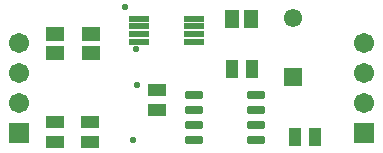
<source format=gts>
G04*
G04 #@! TF.GenerationSoftware,Altium Limited,Altium Designer,18.0.12 (696)*
G04*
G04 Layer_Color=8388736*
%FSLAX25Y25*%
%MOIN*%
G70*
G01*
G75*
G04:AMPARAMS|DCode=14|XSize=23mil|YSize=69.02mil|CornerRadius=5.65mil|HoleSize=0mil|Usage=FLASHONLY|Rotation=90.000|XOffset=0mil|YOffset=0mil|HoleType=Round|Shape=RoundedRectangle|*
%AMROUNDEDRECTD14*
21,1,0.02300,0.05772,0,0,90.0*
21,1,0.01170,0.06902,0,0,90.0*
1,1,0.01130,0.02886,0.00585*
1,1,0.01130,0.02886,-0.00585*
1,1,0.01130,-0.02886,-0.00585*
1,1,0.01130,-0.02886,0.00585*
%
%ADD14ROUNDEDRECTD14*%
G04:AMPARAMS|DCode=15|XSize=29.65mil|YSize=57.21mil|CornerRadius=5.95mil|HoleSize=0mil|Usage=FLASHONLY|Rotation=90.000|XOffset=0mil|YOffset=0mil|HoleType=Round|Shape=RoundedRectangle|*
%AMROUNDEDRECTD15*
21,1,0.02965,0.04532,0,0,90.0*
21,1,0.01776,0.05721,0,0,90.0*
1,1,0.01190,0.02266,0.00888*
1,1,0.01190,0.02266,-0.00888*
1,1,0.01190,-0.02266,-0.00888*
1,1,0.01190,-0.02266,0.00888*
%
%ADD15ROUNDEDRECTD15*%
%ADD16R,0.05918X0.04147*%
%ADD17R,0.04147X0.05918*%
%ADD18R,0.04540X0.06115*%
%ADD19R,0.06115X0.04540*%
%ADD20C,0.06706*%
%ADD21R,0.06706X0.06706*%
%ADD22C,0.06115*%
%ADD23R,0.06115X0.06115*%
%ADD24C,0.02300*%
D14*
X162634Y168059D02*
D03*
Y165500D02*
D03*
Y162941D02*
D03*
Y160382D02*
D03*
X180941Y168059D02*
D03*
Y165500D02*
D03*
Y162941D02*
D03*
Y160382D02*
D03*
D15*
X201488Y127500D02*
D03*
Y132500D02*
D03*
Y137500D02*
D03*
Y142500D02*
D03*
X180819Y127500D02*
D03*
Y132500D02*
D03*
Y137500D02*
D03*
Y142500D02*
D03*
D16*
X134484Y133622D02*
D03*
Y126929D02*
D03*
X168500Y137654D02*
D03*
Y144346D02*
D03*
X146287Y133563D02*
D03*
Y126870D02*
D03*
D17*
X193441Y151221D02*
D03*
X200134D02*
D03*
X214500Y128500D02*
D03*
X221193D02*
D03*
D18*
X199937Y168000D02*
D03*
X193638D02*
D03*
D19*
X134484Y156634D02*
D03*
Y162933D02*
D03*
X146484Y156634D02*
D03*
Y162933D02*
D03*
D20*
X237500Y160000D02*
D03*
Y150000D02*
D03*
Y140000D02*
D03*
X122653Y160000D02*
D03*
Y150000D02*
D03*
Y140000D02*
D03*
D21*
X237500Y130000D02*
D03*
X122653D02*
D03*
D22*
X214000Y168191D02*
D03*
D23*
X214000Y148505D02*
D03*
D24*
X161500Y158000D02*
D03*
X158000Y172000D02*
D03*
X160672Y127500D02*
D03*
X162000Y146000D02*
D03*
M02*

</source>
